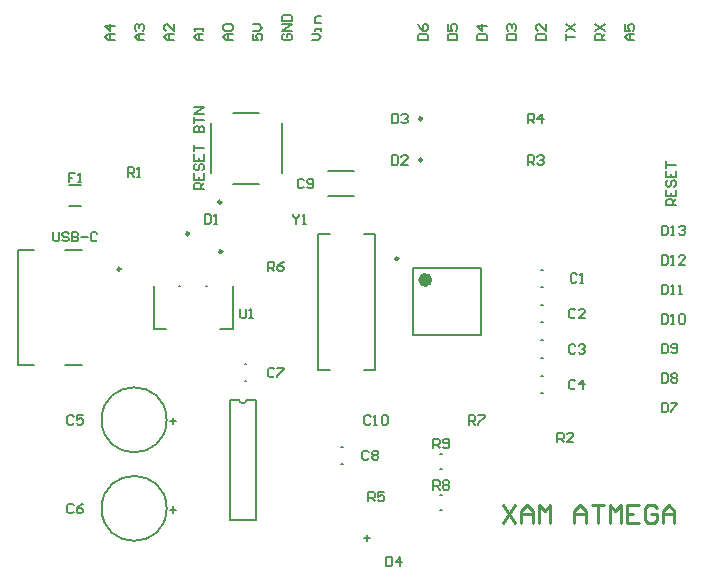
<source format=gto>
G04*
G04 #@! TF.GenerationSoftware,Altium Limited,Altium Designer Develop,26.2.0 (10)*
G04*
G04 Layer_Color=65535*
%FSLAX44Y44*%
%MOMM*%
G71*
G04*
G04 #@! TF.SameCoordinates,717AC42B-03D0-4F6F-A9B9-6B288F40F31D*
G04*
G04*
G04 #@! TF.FilePolarity,Positive*
G04*
G01*
G75*
%ADD10C,0.6000*%
%ADD11C,0.2500*%
%ADD12C,0.2000*%
%ADD13C,0.1500*%
D10*
X1009500Y773500D02*
G03*
X1009500Y773500I-3000J0D01*
G01*
D11*
X983750Y791500D02*
G03*
X983750Y791500I-1250J0D01*
G01*
X834500Y797500D02*
G03*
X834500Y797500I-1250J0D01*
G01*
X833750Y839250D02*
G03*
X833750Y839250I-1250J0D01*
G01*
X1003750Y910000D02*
G03*
X1003750Y910000I-1250J0D01*
G01*
Y875000D02*
G03*
X1003750Y875000I-1250J0D01*
G01*
X806250Y812500D02*
G03*
X806250Y812500I-1250J0D01*
G01*
X748400Y782650D02*
G03*
X748400Y782650I-1250J0D01*
G01*
X1072500Y582495D02*
X1082497Y567500D01*
Y582495D02*
X1072500Y567500D01*
X1087495D02*
Y577497D01*
X1092494Y582495D01*
X1097492Y577497D01*
Y567500D01*
Y574997D01*
X1087495D01*
X1102490Y567500D02*
Y582495D01*
X1107489Y577497D01*
X1112487Y582495D01*
Y567500D01*
X1132480D02*
Y577497D01*
X1137479Y582495D01*
X1142477Y577497D01*
Y567500D01*
Y574997D01*
X1132480D01*
X1147476Y582495D02*
X1157472D01*
X1152474D01*
Y567500D01*
X1162471D02*
Y582495D01*
X1167469Y577497D01*
X1172468Y582495D01*
Y567500D01*
X1187463Y582495D02*
X1177466D01*
Y567500D01*
X1187463D01*
X1177466Y574997D02*
X1182464D01*
X1202458Y579996D02*
X1199959Y582495D01*
X1194960D01*
X1192461Y579996D01*
Y569999D01*
X1194960Y567500D01*
X1199959D01*
X1202458Y569999D01*
Y574997D01*
X1197459D01*
X1207456Y567500D02*
Y577497D01*
X1212455Y582495D01*
X1217453Y577497D01*
Y567500D01*
Y574997D01*
X1207456D01*
D12*
X848825Y672150D02*
G03*
X855175Y672150I3175J0D01*
G01*
X787500Y580000D02*
G03*
X787500Y580000I-27500J0D01*
G01*
Y655000D02*
G03*
X787500Y655000I-27500J0D01*
G01*
X954700Y555100D02*
X959700D01*
X957250Y552500D02*
Y557500D01*
X1104250Y677750D02*
X1105750D01*
X1104250Y692250D02*
X1105750D01*
X996500Y726500D02*
X1053500D01*
X996500Y783500D02*
X1053500D01*
Y726500D02*
Y783500D01*
X996500Y726500D02*
Y783500D01*
X821250Y768500D02*
X821750D01*
X798250D02*
X798750D01*
X776500Y731500D02*
Y768500D01*
X832750Y731500D02*
X843500D01*
X776500D02*
X787250D01*
X843500D02*
Y768500D01*
X840850Y672150D02*
X848825D01*
X855175D02*
X863150D01*
Y570550D02*
Y672150D01*
X840850Y570550D02*
X863150D01*
X840850D02*
Y672150D01*
X844000Y855000D02*
X866000D01*
X885000Y864000D02*
Y906000D01*
X844000Y915000D02*
X866000D01*
X825000Y864000D02*
Y906000D01*
X1019277Y578750D02*
X1020723D01*
X1019277Y591250D02*
X1020723D01*
X1019277Y613750D02*
X1020723D01*
X1019277Y626250D02*
X1020723D01*
X1104250Y707750D02*
X1105750D01*
X1104250Y722250D02*
X1105750D01*
X1104250Y737750D02*
X1105750D01*
X1104250Y752250D02*
X1105750D01*
X1104250Y767750D02*
X1105750D01*
X1104250Y782250D02*
X1105750D01*
X853500Y687750D02*
X855000D01*
X853500Y702250D02*
X855000D01*
X935000Y617750D02*
X936500D01*
X935000Y632250D02*
X936500D01*
X701100Y798650D02*
X715900D01*
X661600D02*
X675600D01*
X661600Y701350D02*
Y798650D01*
X701100Y701350D02*
X715900D01*
X661600D02*
X675600D01*
X704750Y854000D02*
X715250D01*
X704750Y836000D02*
X715250D01*
X924000Y844250D02*
X946000D01*
X924000Y865750D02*
X946000D01*
X915750Y697250D02*
X925750D01*
X954250D02*
X964250D01*
Y812750D01*
X915750D02*
X925750D01*
X954250D02*
X964250D01*
X915750Y697250D02*
Y812750D01*
D13*
X743500Y976500D02*
X738168D01*
X735503Y979166D01*
X738168Y981832D01*
X743500D01*
X739501D01*
Y976500D01*
X743500Y988496D02*
X735503D01*
X739501Y984497D01*
Y989829D01*
X1206500Y669497D02*
Y661500D01*
X1210499D01*
X1211832Y662833D01*
Y668165D01*
X1210499Y669497D01*
X1206500D01*
X1214497D02*
X1219829D01*
Y668165D01*
X1214497Y662833D01*
Y661500D01*
X1206500Y694497D02*
Y686500D01*
X1210499D01*
X1211832Y687833D01*
Y693165D01*
X1210499Y694497D01*
X1206500D01*
X1214497Y693165D02*
X1215830Y694497D01*
X1218496D01*
X1219829Y693165D01*
Y691832D01*
X1218496Y690499D01*
X1219829Y689166D01*
Y687833D01*
X1218496Y686500D01*
X1215830D01*
X1214497Y687833D01*
Y689166D01*
X1215830Y690499D01*
X1214497Y691832D01*
Y693165D01*
X1215830Y690499D02*
X1218496D01*
X1206500Y719497D02*
Y711500D01*
X1210499D01*
X1211832Y712833D01*
Y718165D01*
X1210499Y719497D01*
X1206500D01*
X1214497Y712833D02*
X1215830Y711500D01*
X1218496D01*
X1219829Y712833D01*
Y718165D01*
X1218496Y719497D01*
X1215830D01*
X1214497Y718165D01*
Y716832D01*
X1215830Y715499D01*
X1219829D01*
X1206500Y744497D02*
Y736500D01*
X1210499D01*
X1211832Y737833D01*
Y743165D01*
X1210499Y744497D01*
X1206500D01*
X1214497Y736500D02*
X1217163D01*
X1215830D01*
Y744497D01*
X1214497Y743165D01*
X1221162D02*
X1222495Y744497D01*
X1225161D01*
X1226494Y743165D01*
Y737833D01*
X1225161Y736500D01*
X1222495D01*
X1221162Y737833D01*
Y743165D01*
X1206500Y769497D02*
Y761500D01*
X1210499D01*
X1211832Y762833D01*
Y768165D01*
X1210499Y769497D01*
X1206500D01*
X1214497Y761500D02*
X1217163D01*
X1215830D01*
Y769497D01*
X1214497Y768165D01*
X1221162Y761500D02*
X1223828D01*
X1222495D01*
Y769497D01*
X1221162Y768165D01*
X1206500Y794497D02*
Y786500D01*
X1210499D01*
X1211832Y787833D01*
Y793165D01*
X1210499Y794497D01*
X1206500D01*
X1214497Y786500D02*
X1217163D01*
X1215830D01*
Y794497D01*
X1214497Y793165D01*
X1226494Y786500D02*
X1221162D01*
X1226494Y791832D01*
Y793165D01*
X1225161Y794497D01*
X1222495D01*
X1221162Y793165D01*
X1206500Y819497D02*
Y811500D01*
X1210499D01*
X1211832Y812833D01*
Y818165D01*
X1210499Y819497D01*
X1206500D01*
X1214497Y811500D02*
X1217163D01*
X1215830D01*
Y819497D01*
X1214497Y818165D01*
X1221162D02*
X1222495Y819497D01*
X1225161D01*
X1226494Y818165D01*
Y816832D01*
X1225161Y815499D01*
X1223828D01*
X1225161D01*
X1226494Y814166D01*
Y812833D01*
X1225161Y811500D01*
X1222495D01*
X1221162Y812833D01*
X1218500Y836500D02*
X1210503D01*
Y840499D01*
X1211835Y841832D01*
X1214501D01*
X1215834Y840499D01*
Y836500D01*
Y839166D02*
X1218500Y841832D01*
X1210503Y849829D02*
Y844497D01*
X1218500D01*
Y849829D01*
X1214501Y844497D02*
Y847163D01*
X1211835Y857827D02*
X1210503Y856494D01*
Y853828D01*
X1211835Y852495D01*
X1213168D01*
X1214501Y853828D01*
Y856494D01*
X1215834Y857827D01*
X1217167D01*
X1218500Y856494D01*
Y853828D01*
X1217167Y852495D01*
X1210503Y865824D02*
Y860492D01*
X1218500D01*
Y865824D01*
X1214501Y860492D02*
Y863158D01*
X1210503Y868490D02*
Y873821D01*
Y871155D01*
X1218500D01*
X973335Y538999D02*
Y531001D01*
X977334D01*
X978667Y532334D01*
Y537666D01*
X977334Y538999D01*
X973335D01*
X985332Y531001D02*
Y538999D01*
X981333Y535000D01*
X986665D01*
X1043335Y651001D02*
Y658999D01*
X1047334D01*
X1048667Y657666D01*
Y655000D01*
X1047334Y653667D01*
X1043335D01*
X1046001D02*
X1048667Y651001D01*
X1051333Y658999D02*
X1056665D01*
Y657666D01*
X1051333Y652334D01*
Y651001D01*
X1183500Y976500D02*
X1178168D01*
X1175503Y979166D01*
X1178168Y981832D01*
X1183500D01*
X1179501D01*
Y976500D01*
X1175503Y989829D02*
Y984497D01*
X1179501D01*
X1178168Y987163D01*
Y988496D01*
X1179501Y989829D01*
X1182167D01*
X1183500Y988496D01*
Y985830D01*
X1182167Y984497D01*
X1158500Y976500D02*
X1150503D01*
Y980499D01*
X1151835Y981832D01*
X1154501D01*
X1155834Y980499D01*
Y976500D01*
Y979166D02*
X1158500Y981832D01*
X1150503Y984497D02*
X1158500Y989829D01*
X1150503D02*
X1158500Y984497D01*
X1125503Y976500D02*
Y981832D01*
Y979166D01*
X1133500D01*
X1125503Y984497D02*
X1133500Y989829D01*
X1125503D02*
X1133500Y984497D01*
X1100503Y976500D02*
X1108500D01*
Y980499D01*
X1107167Y981832D01*
X1101835D01*
X1100503Y980499D01*
Y976500D01*
X1108500Y989829D02*
Y984497D01*
X1103168Y989829D01*
X1101835D01*
X1100503Y988496D01*
Y985830D01*
X1101835Y984497D01*
X1075503Y976500D02*
X1083500D01*
Y980499D01*
X1082167Y981832D01*
X1076835D01*
X1075503Y980499D01*
Y976500D01*
X1076835Y984497D02*
X1075503Y985830D01*
Y988496D01*
X1076835Y989829D01*
X1078168D01*
X1079501Y988496D01*
Y987163D01*
Y988496D01*
X1080834Y989829D01*
X1082167D01*
X1083500Y988496D01*
Y985830D01*
X1082167Y984497D01*
X1050503Y976500D02*
X1058500D01*
Y980499D01*
X1057167Y981832D01*
X1051835D01*
X1050503Y980499D01*
Y976500D01*
X1058500Y988496D02*
X1050503D01*
X1054501Y984497D01*
Y989829D01*
X1025503Y976500D02*
X1033500D01*
Y980499D01*
X1032167Y981832D01*
X1026835D01*
X1025503Y980499D01*
Y976500D01*
Y989829D02*
Y984497D01*
X1029501D01*
X1028168Y987163D01*
Y988496D01*
X1029501Y989829D01*
X1032167D01*
X1033500Y988496D01*
Y985830D01*
X1032167Y984497D01*
X1000503Y976500D02*
X1008500D01*
Y980499D01*
X1007167Y981832D01*
X1001835D01*
X1000503Y980499D01*
Y976500D01*
Y989829D02*
X1001835Y987163D01*
X1004501Y984497D01*
X1007167D01*
X1008500Y985830D01*
Y988496D01*
X1007167Y989829D01*
X1005834D01*
X1004501Y988496D01*
Y984497D01*
X873335Y781001D02*
Y788999D01*
X877334D01*
X878667Y787666D01*
Y785000D01*
X877334Y783667D01*
X873335D01*
X876001D02*
X878667Y781001D01*
X886665Y788999D02*
X883999Y787666D01*
X881333Y785000D01*
Y782334D01*
X882666Y781001D01*
X885332D01*
X886665Y782334D01*
Y783667D01*
X885332Y785000D01*
X881333D01*
X754668Y861001D02*
Y868999D01*
X758667D01*
X760000Y867666D01*
Y865000D01*
X758667Y863667D01*
X754668D01*
X757334D02*
X760000Y861001D01*
X762666D02*
X765332D01*
X763999D01*
Y868999D01*
X762666Y867666D01*
X1133667Y687666D02*
X1132334Y688999D01*
X1129668D01*
X1128335Y687666D01*
Y682334D01*
X1129668Y681001D01*
X1132334D01*
X1133667Y682334D01*
X1140332Y681001D02*
Y688999D01*
X1136333Y685000D01*
X1141665D01*
X910503Y976500D02*
X915834D01*
X918500Y979166D01*
X915834Y981832D01*
X910503D01*
X918500Y984497D02*
Y987163D01*
Y985830D01*
X913168D01*
Y984497D01*
X918500Y991162D02*
X913168D01*
Y995161D01*
X914501Y996494D01*
X918500D01*
X886835Y981832D02*
X885503Y980499D01*
Y977833D01*
X886835Y976500D01*
X892167D01*
X893500Y977833D01*
Y980499D01*
X892167Y981832D01*
X889501D01*
Y979166D01*
X893500Y984497D02*
X885503D01*
X893500Y989829D01*
X885503D01*
Y992495D02*
X893500D01*
Y996494D01*
X892167Y997827D01*
X886835D01*
X885503Y996494D01*
Y992495D01*
X860503Y981832D02*
Y976500D01*
X864501D01*
X863168Y979166D01*
Y980499D01*
X864501Y981832D01*
X867167D01*
X868500Y980499D01*
Y977833D01*
X867167Y976500D01*
X860503Y984497D02*
X865834D01*
X868500Y987163D01*
X865834Y989829D01*
X860503D01*
X843500Y976500D02*
X838168D01*
X835503Y979166D01*
X838168Y981832D01*
X843500D01*
X839501D01*
Y976500D01*
X836835Y984497D02*
X835503Y985830D01*
Y988496D01*
X836835Y989829D01*
X842167D01*
X843500Y988496D01*
Y985830D01*
X842167Y984497D01*
X836835D01*
X818500Y976500D02*
X813168D01*
X810503Y979166D01*
X813168Y981832D01*
X818500D01*
X814501D01*
Y976500D01*
X818500Y984497D02*
Y987163D01*
Y985830D01*
X810503D01*
X811835Y984497D01*
X793500Y976500D02*
X788168D01*
X785503Y979166D01*
X788168Y981832D01*
X793500D01*
X789501D01*
Y976500D01*
X793500Y989829D02*
Y984497D01*
X788168Y989829D01*
X786835D01*
X785503Y988496D01*
Y985830D01*
X786835Y984497D01*
X768500Y976500D02*
X763168D01*
X760503Y979166D01*
X763168Y981832D01*
X768500D01*
X764501D01*
Y976500D01*
X761835Y984497D02*
X760503Y985830D01*
Y988496D01*
X761835Y989829D01*
X763168D01*
X764501Y988496D01*
Y987163D01*
Y988496D01*
X765834Y989829D01*
X767167D01*
X768500Y988496D01*
Y985830D01*
X767167Y984497D01*
X849668Y748999D02*
Y742334D01*
X851001Y741001D01*
X853667D01*
X855000Y742334D01*
Y748999D01*
X857666Y741001D02*
X860332D01*
X858999D01*
Y748999D01*
X857666Y747666D01*
X818999Y850344D02*
X811001D01*
Y854343D01*
X812334Y855676D01*
X815000D01*
X816333Y854343D01*
Y850344D01*
Y853010D02*
X818999Y855676D01*
X811001Y863674D02*
Y858342D01*
X818999D01*
Y863674D01*
X815000Y858342D02*
Y861008D01*
X812334Y871671D02*
X811001Y870338D01*
Y867672D01*
X812334Y866339D01*
X813667D01*
X815000Y867672D01*
Y870338D01*
X816333Y871671D01*
X817666D01*
X818999Y870338D01*
Y867672D01*
X817666Y866339D01*
X811001Y879668D02*
Y874337D01*
X818999D01*
Y879668D01*
X815000Y874337D02*
Y877003D01*
X811001Y882334D02*
Y887666D01*
Y885000D01*
X818999D01*
X811001Y898329D02*
X818999D01*
Y902328D01*
X817666Y903661D01*
X816333D01*
X815000Y902328D01*
Y898329D01*
Y902328D01*
X813667Y903661D01*
X812334D01*
X811001Y902328D01*
Y898329D01*
Y906327D02*
Y911658D01*
Y908992D01*
X818999D01*
Y914324D02*
X811001D01*
X818999Y919656D01*
X811001D01*
X958335Y586001D02*
Y593999D01*
X962334D01*
X963667Y592666D01*
Y590000D01*
X962334Y588667D01*
X958335D01*
X961001D02*
X963667Y586001D01*
X971665Y593999D02*
X966333D01*
Y590000D01*
X968999Y591333D01*
X970332D01*
X971665Y590000D01*
Y587334D01*
X970332Y586001D01*
X967666D01*
X966333Y587334D01*
X1118335Y636001D02*
Y643999D01*
X1122334D01*
X1123667Y642666D01*
Y640000D01*
X1122334Y638667D01*
X1118335D01*
X1121001D02*
X1123667Y636001D01*
X1131665D02*
X1126333D01*
X1131665Y641333D01*
Y642666D01*
X1130332Y643999D01*
X1127666D01*
X1126333Y642666D01*
X1013335Y596001D02*
Y603999D01*
X1017334D01*
X1018667Y602666D01*
Y600000D01*
X1017334Y598667D01*
X1013335D01*
X1016001D02*
X1018667Y596001D01*
X1021333Y602666D02*
X1022666Y603999D01*
X1025332D01*
X1026665Y602666D01*
Y601333D01*
X1025332Y600000D01*
X1026665Y598667D01*
Y597334D01*
X1025332Y596001D01*
X1022666D01*
X1021333Y597334D01*
Y598667D01*
X1022666Y600000D01*
X1021333Y601333D01*
Y602666D01*
X1022666Y600000D02*
X1025332D01*
X1013335Y631001D02*
Y638999D01*
X1017334D01*
X1018667Y637666D01*
Y635000D01*
X1017334Y633667D01*
X1013335D01*
X1016001D02*
X1018667Y631001D01*
X1021333Y632334D02*
X1022666Y631001D01*
X1025332D01*
X1026665Y632334D01*
Y637666D01*
X1025332Y638999D01*
X1022666D01*
X1021333Y637666D01*
Y636333D01*
X1022666Y635000D01*
X1026665D01*
X1133667Y717666D02*
X1132334Y718999D01*
X1129668D01*
X1128335Y717666D01*
Y712334D01*
X1129668Y711001D01*
X1132334D01*
X1133667Y712334D01*
X1136333Y717666D02*
X1137666Y718999D01*
X1140332D01*
X1141665Y717666D01*
Y716333D01*
X1140332Y715000D01*
X1138999D01*
X1140332D01*
X1141665Y713667D01*
Y712334D01*
X1140332Y711001D01*
X1137666D01*
X1136333Y712334D01*
X1133667Y747666D02*
X1132334Y748999D01*
X1129668D01*
X1128335Y747666D01*
Y742334D01*
X1129668Y741001D01*
X1132334D01*
X1133667Y742334D01*
X1141665Y741001D02*
X1136333D01*
X1141665Y746333D01*
Y747666D01*
X1140332Y748999D01*
X1137666D01*
X1136333Y747666D01*
X1135000Y777666D02*
X1133667Y778999D01*
X1131001D01*
X1129668Y777666D01*
Y772334D01*
X1131001Y771001D01*
X1133667D01*
X1135000Y772334D01*
X1137666Y771001D02*
X1140332D01*
X1138999D01*
Y778999D01*
X1137666Y777666D01*
X878667Y697666D02*
X877334Y698999D01*
X874668D01*
X873335Y697666D01*
Y692334D01*
X874668Y691001D01*
X877334D01*
X878667Y692334D01*
X881333Y698999D02*
X886665D01*
Y697666D01*
X881333Y692334D01*
Y691001D01*
X958667Y627666D02*
X957334Y628999D01*
X954668D01*
X953335Y627666D01*
Y622334D01*
X954668Y621001D01*
X957334D01*
X958667Y622334D01*
X961333Y627666D02*
X962666Y628999D01*
X965332D01*
X966665Y627666D01*
Y626333D01*
X965332Y625000D01*
X966665Y623667D01*
Y622334D01*
X965332Y621001D01*
X962666D01*
X961333Y622334D01*
Y623667D01*
X962666Y625000D01*
X961333Y626333D01*
Y627666D01*
X962666Y625000D02*
X965332D01*
X960335Y657666D02*
X959002Y658999D01*
X956336D01*
X955003Y657666D01*
Y652334D01*
X956336Y651001D01*
X959002D01*
X960335Y652334D01*
X963001Y651001D02*
X965666D01*
X964334D01*
Y658999D01*
X963001Y657666D01*
X969665D02*
X970998Y658999D01*
X973664D01*
X974997Y657666D01*
Y652334D01*
X973664Y651001D01*
X970998D01*
X969665Y652334D01*
Y657666D01*
X1093335Y906001D02*
Y913999D01*
X1097334D01*
X1098667Y912666D01*
Y910000D01*
X1097334Y908667D01*
X1093335D01*
X1096001D02*
X1098667Y906001D01*
X1105332D02*
Y913999D01*
X1101333Y910000D01*
X1106665D01*
X978335Y913999D02*
Y906001D01*
X982334D01*
X983667Y907334D01*
Y912666D01*
X982334Y913999D01*
X978335D01*
X986333Y912666D02*
X987666Y913999D01*
X990332D01*
X991665Y912666D01*
Y911333D01*
X990332Y910000D01*
X988999D01*
X990332D01*
X991665Y908667D01*
Y907334D01*
X990332Y906001D01*
X987666D01*
X986333Y907334D01*
X978335Y878999D02*
Y871001D01*
X982334D01*
X983667Y872334D01*
Y877666D01*
X982334Y878999D01*
X978335D01*
X991665Y871001D02*
X986333D01*
X991665Y876333D01*
Y877666D01*
X990332Y878999D01*
X987666D01*
X986333Y877666D01*
X1093335Y871001D02*
Y878999D01*
X1097334D01*
X1098667Y877666D01*
Y875000D01*
X1097334Y873667D01*
X1093335D01*
X1096001D02*
X1098667Y871001D01*
X1101333Y877666D02*
X1102666Y878999D01*
X1105332D01*
X1106665Y877666D01*
Y876333D01*
X1105332Y875000D01*
X1103999D01*
X1105332D01*
X1106665Y873667D01*
Y872334D01*
X1105332Y871001D01*
X1102666D01*
X1101333Y872334D01*
X819668Y828999D02*
Y821001D01*
X823667D01*
X825000Y822334D01*
Y827666D01*
X823667Y828999D01*
X819668D01*
X827666Y821001D02*
X830332D01*
X828999D01*
Y828999D01*
X827666Y827666D01*
X691339Y813999D02*
Y807334D01*
X692672Y806001D01*
X695338D01*
X696671Y807334D01*
Y813999D01*
X704668Y812666D02*
X703335Y813999D01*
X700670D01*
X699337Y812666D01*
Y811333D01*
X700670Y810000D01*
X703335D01*
X704668Y808667D01*
Y807334D01*
X703335Y806001D01*
X700670D01*
X699337Y807334D01*
X707334Y813999D02*
Y806001D01*
X711333D01*
X712666Y807334D01*
Y808667D01*
X711333Y810000D01*
X707334D01*
X711333D01*
X712666Y811333D01*
Y812666D01*
X711333Y813999D01*
X707334D01*
X715332Y810000D02*
X720663D01*
X728661Y812666D02*
X727328Y813999D01*
X724662D01*
X723329Y812666D01*
Y807334D01*
X724662Y806001D01*
X727328D01*
X728661Y807334D01*
X710000Y863999D02*
X704668D01*
Y860000D01*
X707334D01*
X704668D01*
Y856001D01*
X712666D02*
X715332D01*
X713999D01*
Y863999D01*
X712666Y862666D01*
X708667Y582666D02*
X707334Y583999D01*
X704668D01*
X703335Y582666D01*
Y577334D01*
X704668Y576001D01*
X707334D01*
X708667Y577334D01*
X716665Y583999D02*
X713999Y582666D01*
X711333Y580000D01*
Y577334D01*
X712666Y576001D01*
X715332D01*
X716665Y577334D01*
Y578667D01*
X715332Y580000D01*
X711333D01*
X790500Y578999D02*
X795832D01*
X793166Y581665D02*
Y576333D01*
X708667Y657666D02*
X707334Y658999D01*
X704668D01*
X703335Y657666D01*
Y652334D01*
X704668Y651001D01*
X707334D01*
X708667Y652334D01*
X716665Y658999D02*
X711333D01*
Y655000D01*
X713999Y656333D01*
X715332D01*
X716665Y655000D01*
Y652334D01*
X715332Y651001D01*
X712666D01*
X711333Y652334D01*
X790500Y653999D02*
X795832D01*
X793166Y656665D02*
Y651333D01*
X903667Y857666D02*
X902334Y858999D01*
X899668D01*
X898335Y857666D01*
Y852334D01*
X899668Y851001D01*
X902334D01*
X903667Y852334D01*
X906333D02*
X907666Y851001D01*
X910332D01*
X911665Y852334D01*
Y857666D01*
X910332Y858999D01*
X907666D01*
X906333Y857666D01*
Y856333D01*
X907666Y855000D01*
X911665D01*
X894668Y828999D02*
Y827666D01*
X897334Y825000D01*
X900000Y827666D01*
Y828999D01*
X897334Y825000D02*
Y821001D01*
X902666D02*
X905332D01*
X903999D01*
Y828999D01*
X902666Y827666D01*
M02*

</source>
